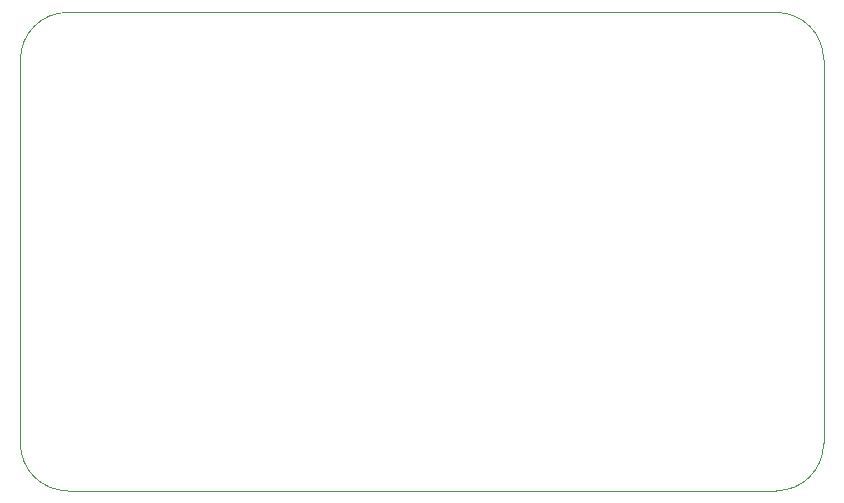
<source format=gbr>
%TF.GenerationSoftware,KiCad,Pcbnew,8.0.5*%
%TF.CreationDate,2024-10-22T17:39:12+02:00*%
%TF.ProjectId,Ingenuity,496e6765-6e75-4697-9479-2e6b69636164,rev?*%
%TF.SameCoordinates,Original*%
%TF.FileFunction,Profile,NP*%
%FSLAX46Y46*%
G04 Gerber Fmt 4.6, Leading zero omitted, Abs format (unit mm)*
G04 Created by KiCad (PCBNEW 8.0.5) date 2024-10-22 17:39:12*
%MOMM*%
%LPD*%
G01*
G04 APERTURE LIST*
%TA.AperFunction,Profile*%
%ADD10C,0.050000*%
%TD*%
G04 APERTURE END LIST*
D10*
X194500000Y-127500000D02*
G75*
G02*
X190500000Y-131500000I-4000000J0D01*
G01*
X190500000Y-91000000D02*
G75*
G02*
X194500000Y-95000000I0J-4000000D01*
G01*
X126500000Y-95000000D02*
X126500000Y-127500000D01*
X190500000Y-91000000D02*
X130500000Y-91000000D01*
X194500000Y-127500000D02*
X194500000Y-95000000D01*
X130500000Y-131500000D02*
X190500000Y-131500000D01*
X130500000Y-131500000D02*
G75*
G02*
X126500000Y-127500000I0J4000000D01*
G01*
X126500000Y-95000000D02*
G75*
G02*
X130500000Y-91000000I4000000J0D01*
G01*
M02*

</source>
